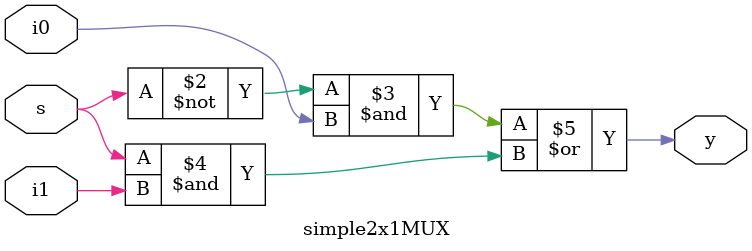
<source format=v>
`timescale 1ns / 1ps


module simple2x1MUX(
    input wire i0,
    input wire i1,
    input wire s,
    output reg y
    );
    
  always@(i0,i1,s)
  begin
       y = (~s&i0)|(s&i1);
  end  
    
endmodule

</source>
